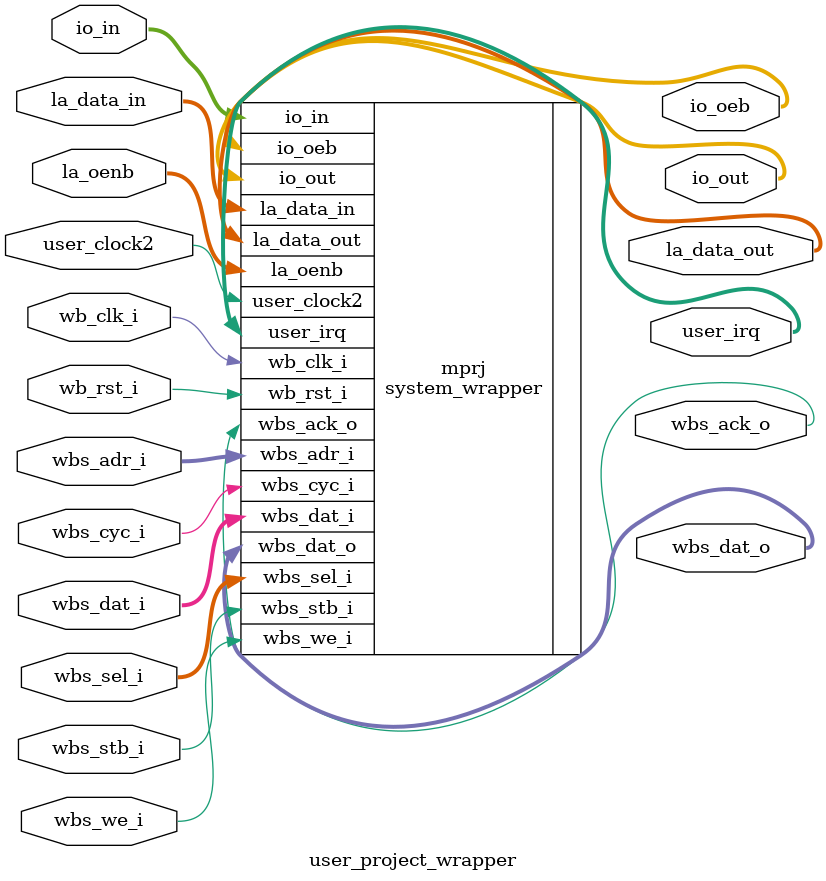
<source format=v>
module user_project_wrapper (user_clock2,
    wb_clk_i,
    wb_rst_i,
    wbs_ack_o,
    wbs_cyc_i,
    wbs_stb_i,
    wbs_we_i,
    io_in,
    io_oeb,
    io_out,
    la_data_in,
    la_data_out,
    la_oenb,
    user_irq,
    wbs_adr_i,
    wbs_dat_i,
    wbs_dat_o,
    wbs_sel_i);
 input user_clock2;
 input wb_clk_i;
 input wb_rst_i;
 output wbs_ack_o;
 input wbs_cyc_i;
 input wbs_stb_i;
 input wbs_we_i;
 input [37:0] io_in;
 output [37:0] io_oeb;
 output [37:0] io_out;
 input [63:0] la_data_in;
 output [63:0] la_data_out;
 input [63:0] la_oenb;
 output [2:0] user_irq;
 input [31:0] wbs_adr_i;
 input [31:0] wbs_dat_i;
 output [31:0] wbs_dat_o;
 input [3:0] wbs_sel_i;


 system_wrapper mprj (.user_clock2(user_clock2),
    .wb_clk_i(wb_clk_i),
    .wb_rst_i(wb_rst_i),
    .wbs_ack_o(wbs_ack_o),
    .wbs_cyc_i(wbs_cyc_i),
    .wbs_stb_i(wbs_stb_i),
    .wbs_we_i(wbs_we_i),
    .io_in({io_in[37],
    io_in[36],
    io_in[35],
    io_in[34],
    io_in[33],
    io_in[32],
    io_in[31],
    io_in[30],
    io_in[29],
    io_in[28],
    io_in[27],
    io_in[26],
    io_in[25],
    io_in[24],
    io_in[23],
    io_in[22],
    io_in[21],
    io_in[20],
    io_in[19],
    io_in[18],
    io_in[17],
    io_in[16],
    io_in[15],
    io_in[14],
    io_in[13],
    io_in[12],
    io_in[11],
    io_in[10],
    io_in[9],
    io_in[8],
    io_in[7],
    io_in[6],
    io_in[5],
    io_in[4],
    io_in[3],
    io_in[2],
    io_in[1],
    io_in[0]}),
    .io_oeb({io_oeb[37],
    io_oeb[36],
    io_oeb[35],
    io_oeb[34],
    io_oeb[33],
    io_oeb[32],
    io_oeb[31],
    io_oeb[30],
    io_oeb[29],
    io_oeb[28],
    io_oeb[27],
    io_oeb[26],
    io_oeb[25],
    io_oeb[24],
    io_oeb[23],
    io_oeb[22],
    io_oeb[21],
    io_oeb[20],
    io_oeb[19],
    io_oeb[18],
    io_oeb[17],
    io_oeb[16],
    io_oeb[15],
    io_oeb[14],
    io_oeb[13],
    io_oeb[12],
    io_oeb[11],
    io_oeb[10],
    io_oeb[9],
    io_oeb[8],
    io_oeb[7],
    io_oeb[6],
    io_oeb[5],
    io_oeb[4],
    io_oeb[3],
    io_oeb[2],
    io_oeb[1],
    io_oeb[0]}),
    .io_out({io_out[37],
    io_out[36],
    io_out[35],
    io_out[34],
    io_out[33],
    io_out[32],
    io_out[31],
    io_out[30],
    io_out[29],
    io_out[28],
    io_out[27],
    io_out[26],
    io_out[25],
    io_out[24],
    io_out[23],
    io_out[22],
    io_out[21],
    io_out[20],
    io_out[19],
    io_out[18],
    io_out[17],
    io_out[16],
    io_out[15],
    io_out[14],
    io_out[13],
    io_out[12],
    io_out[11],
    io_out[10],
    io_out[9],
    io_out[8],
    io_out[7],
    io_out[6],
    io_out[5],
    io_out[4],
    io_out[3],
    io_out[2],
    io_out[1],
    io_out[0]}),
    .la_data_in({la_data_in[63],
    la_data_in[62],
    la_data_in[61],
    la_data_in[60],
    la_data_in[59],
    la_data_in[58],
    la_data_in[57],
    la_data_in[56],
    la_data_in[55],
    la_data_in[54],
    la_data_in[53],
    la_data_in[52],
    la_data_in[51],
    la_data_in[50],
    la_data_in[49],
    la_data_in[48],
    la_data_in[47],
    la_data_in[46],
    la_data_in[45],
    la_data_in[44],
    la_data_in[43],
    la_data_in[42],
    la_data_in[41],
    la_data_in[40],
    la_data_in[39],
    la_data_in[38],
    la_data_in[37],
    la_data_in[36],
    la_data_in[35],
    la_data_in[34],
    la_data_in[33],
    la_data_in[32],
    la_data_in[31],
    la_data_in[30],
    la_data_in[29],
    la_data_in[28],
    la_data_in[27],
    la_data_in[26],
    la_data_in[25],
    la_data_in[24],
    la_data_in[23],
    la_data_in[22],
    la_data_in[21],
    la_data_in[20],
    la_data_in[19],
    la_data_in[18],
    la_data_in[17],
    la_data_in[16],
    la_data_in[15],
    la_data_in[14],
    la_data_in[13],
    la_data_in[12],
    la_data_in[11],
    la_data_in[10],
    la_data_in[9],
    la_data_in[8],
    la_data_in[7],
    la_data_in[6],
    la_data_in[5],
    la_data_in[4],
    la_data_in[3],
    la_data_in[2],
    la_data_in[1],
    la_data_in[0]}),
    .la_data_out({la_data_out[63],
    la_data_out[62],
    la_data_out[61],
    la_data_out[60],
    la_data_out[59],
    la_data_out[58],
    la_data_out[57],
    la_data_out[56],
    la_data_out[55],
    la_data_out[54],
    la_data_out[53],
    la_data_out[52],
    la_data_out[51],
    la_data_out[50],
    la_data_out[49],
    la_data_out[48],
    la_data_out[47],
    la_data_out[46],
    la_data_out[45],
    la_data_out[44],
    la_data_out[43],
    la_data_out[42],
    la_data_out[41],
    la_data_out[40],
    la_data_out[39],
    la_data_out[38],
    la_data_out[37],
    la_data_out[36],
    la_data_out[35],
    la_data_out[34],
    la_data_out[33],
    la_data_out[32],
    la_data_out[31],
    la_data_out[30],
    la_data_out[29],
    la_data_out[28],
    la_data_out[27],
    la_data_out[26],
    la_data_out[25],
    la_data_out[24],
    la_data_out[23],
    la_data_out[22],
    la_data_out[21],
    la_data_out[20],
    la_data_out[19],
    la_data_out[18],
    la_data_out[17],
    la_data_out[16],
    la_data_out[15],
    la_data_out[14],
    la_data_out[13],
    la_data_out[12],
    la_data_out[11],
    la_data_out[10],
    la_data_out[9],
    la_data_out[8],
    la_data_out[7],
    la_data_out[6],
    la_data_out[5],
    la_data_out[4],
    la_data_out[3],
    la_data_out[2],
    la_data_out[1],
    la_data_out[0]}),
    .la_oenb({la_oenb[63],
    la_oenb[62],
    la_oenb[61],
    la_oenb[60],
    la_oenb[59],
    la_oenb[58],
    la_oenb[57],
    la_oenb[56],
    la_oenb[55],
    la_oenb[54],
    la_oenb[53],
    la_oenb[52],
    la_oenb[51],
    la_oenb[50],
    la_oenb[49],
    la_oenb[48],
    la_oenb[47],
    la_oenb[46],
    la_oenb[45],
    la_oenb[44],
    la_oenb[43],
    la_oenb[42],
    la_oenb[41],
    la_oenb[40],
    la_oenb[39],
    la_oenb[38],
    la_oenb[37],
    la_oenb[36],
    la_oenb[35],
    la_oenb[34],
    la_oenb[33],
    la_oenb[32],
    la_oenb[31],
    la_oenb[30],
    la_oenb[29],
    la_oenb[28],
    la_oenb[27],
    la_oenb[26],
    la_oenb[25],
    la_oenb[24],
    la_oenb[23],
    la_oenb[22],
    la_oenb[21],
    la_oenb[20],
    la_oenb[19],
    la_oenb[18],
    la_oenb[17],
    la_oenb[16],
    la_oenb[15],
    la_oenb[14],
    la_oenb[13],
    la_oenb[12],
    la_oenb[11],
    la_oenb[10],
    la_oenb[9],
    la_oenb[8],
    la_oenb[7],
    la_oenb[6],
    la_oenb[5],
    la_oenb[4],
    la_oenb[3],
    la_oenb[2],
    la_oenb[1],
    la_oenb[0]}),
    .user_irq({user_irq[2],
    user_irq[1],
    user_irq[0]}),
    .wbs_adr_i({wbs_adr_i[31],
    wbs_adr_i[30],
    wbs_adr_i[29],
    wbs_adr_i[28],
    wbs_adr_i[27],
    wbs_adr_i[26],
    wbs_adr_i[25],
    wbs_adr_i[24],
    wbs_adr_i[23],
    wbs_adr_i[22],
    wbs_adr_i[21],
    wbs_adr_i[20],
    wbs_adr_i[19],
    wbs_adr_i[18],
    wbs_adr_i[17],
    wbs_adr_i[16],
    wbs_adr_i[15],
    wbs_adr_i[14],
    wbs_adr_i[13],
    wbs_adr_i[12],
    wbs_adr_i[11],
    wbs_adr_i[10],
    wbs_adr_i[9],
    wbs_adr_i[8],
    wbs_adr_i[7],
    wbs_adr_i[6],
    wbs_adr_i[5],
    wbs_adr_i[4],
    wbs_adr_i[3],
    wbs_adr_i[2],
    wbs_adr_i[1],
    wbs_adr_i[0]}),
    .wbs_dat_i({wbs_dat_i[31],
    wbs_dat_i[30],
    wbs_dat_i[29],
    wbs_dat_i[28],
    wbs_dat_i[27],
    wbs_dat_i[26],
    wbs_dat_i[25],
    wbs_dat_i[24],
    wbs_dat_i[23],
    wbs_dat_i[22],
    wbs_dat_i[21],
    wbs_dat_i[20],
    wbs_dat_i[19],
    wbs_dat_i[18],
    wbs_dat_i[17],
    wbs_dat_i[16],
    wbs_dat_i[15],
    wbs_dat_i[14],
    wbs_dat_i[13],
    wbs_dat_i[12],
    wbs_dat_i[11],
    wbs_dat_i[10],
    wbs_dat_i[9],
    wbs_dat_i[8],
    wbs_dat_i[7],
    wbs_dat_i[6],
    wbs_dat_i[5],
    wbs_dat_i[4],
    wbs_dat_i[3],
    wbs_dat_i[2],
    wbs_dat_i[1],
    wbs_dat_i[0]}),
    .wbs_dat_o({wbs_dat_o[31],
    wbs_dat_o[30],
    wbs_dat_o[29],
    wbs_dat_o[28],
    wbs_dat_o[27],
    wbs_dat_o[26],
    wbs_dat_o[25],
    wbs_dat_o[24],
    wbs_dat_o[23],
    wbs_dat_o[22],
    wbs_dat_o[21],
    wbs_dat_o[20],
    wbs_dat_o[19],
    wbs_dat_o[18],
    wbs_dat_o[17],
    wbs_dat_o[16],
    wbs_dat_o[15],
    wbs_dat_o[14],
    wbs_dat_o[13],
    wbs_dat_o[12],
    wbs_dat_o[11],
    wbs_dat_o[10],
    wbs_dat_o[9],
    wbs_dat_o[8],
    wbs_dat_o[7],
    wbs_dat_o[6],
    wbs_dat_o[5],
    wbs_dat_o[4],
    wbs_dat_o[3],
    wbs_dat_o[2],
    wbs_dat_o[1],
    wbs_dat_o[0]}),
    .wbs_sel_i({wbs_sel_i[3],
    wbs_sel_i[2],
    wbs_sel_i[1],
    wbs_sel_i[0]}));
endmodule


</source>
